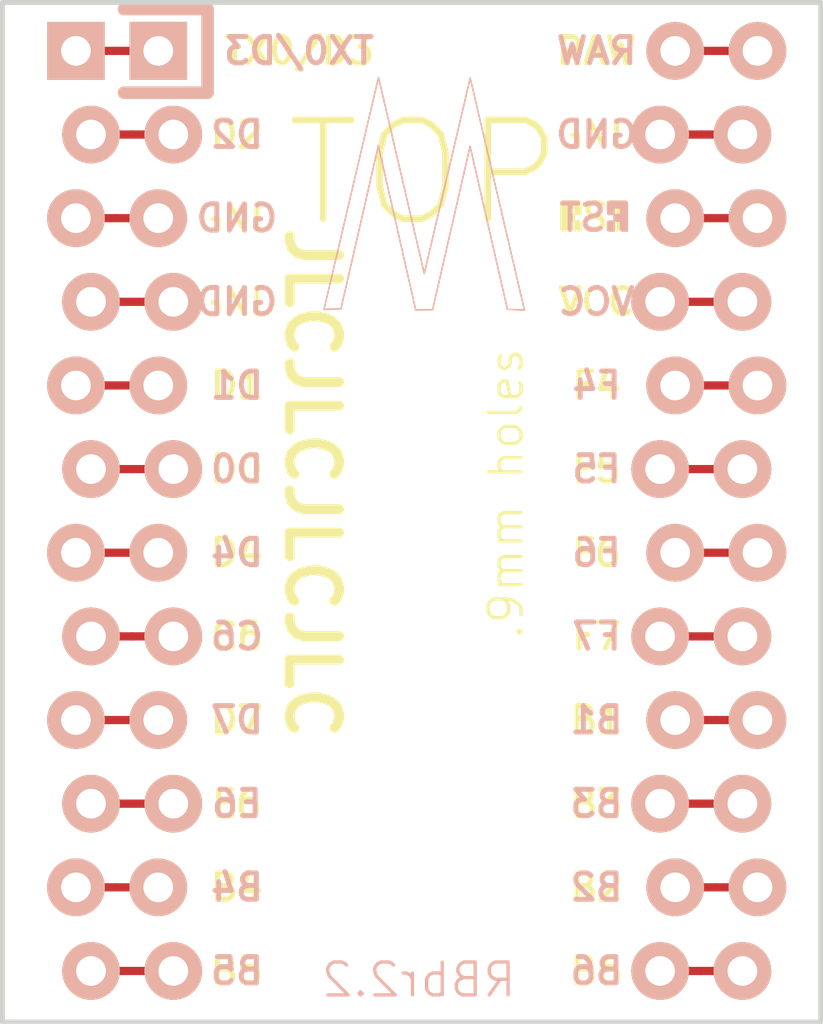
<source format=kicad_pcb>
(kicad_pcb (version 20171130) (host pcbnew 5.1.4+dfsg1-1~bpo10+1)

  (general
    (thickness 1.6)
    (drawings 23)
    (tracks 35)
    (zones 0)
    (modules 2)
    (nets 25)
  )

  (page A4)
  (layers
    (0 F.Cu signal)
    (31 B.Cu signal)
    (32 B.Adhes user)
    (33 F.Adhes user)
    (34 B.Paste user)
    (35 F.Paste user)
    (36 B.SilkS user)
    (37 F.SilkS user)
    (38 B.Mask user)
    (39 F.Mask user)
    (40 Dwgs.User user)
    (41 Cmts.User user)
    (42 Eco1.User user)
    (43 Eco2.User user)
    (44 Edge.Cuts user)
    (45 Margin user)
    (46 B.CrtYd user)
    (47 F.CrtYd user)
    (48 B.Fab user)
    (49 F.Fab user)
  )

  (setup
    (last_trace_width 0.25)
    (trace_clearance 0.2)
    (zone_clearance 0.508)
    (zone_45_only no)
    (trace_min 0.2)
    (via_size 0.8)
    (via_drill 0.4)
    (via_min_size 0.4)
    (via_min_drill 0.3)
    (uvia_size 0.3)
    (uvia_drill 0.1)
    (uvias_allowed no)
    (uvia_min_size 0.2)
    (uvia_min_drill 0.1)
    (edge_width 0.1)
    (segment_width 0.2)
    (pcb_text_width 0.3)
    (pcb_text_size 1.5 1.5)
    (mod_edge_width 0.15)
    (mod_text_size 1 1)
    (mod_text_width 0.15)
    (pad_size 1.7526 1.7526)
    (pad_drill 0.9)
    (pad_to_mask_clearance 0)
    (aux_axis_origin 0 0)
    (visible_elements 7FFFFFFF)
    (pcbplotparams
      (layerselection 0x010f0_ffffffff)
      (usegerberextensions false)
      (usegerberattributes false)
      (usegerberadvancedattributes false)
      (creategerberjobfile false)
      (excludeedgelayer true)
      (linewidth 0.100000)
      (plotframeref false)
      (viasonmask false)
      (mode 1)
      (useauxorigin false)
      (hpglpennumber 1)
      (hpglpenspeed 20)
      (hpglpendiameter 15.000000)
      (psnegative false)
      (psa4output false)
      (plotreference true)
      (plotvalue true)
      (plotinvisibletext false)
      (padsonsilk false)
      (subtractmaskfromsilk false)
      (outputformat 1)
      (mirror false)
      (drillshape 0)
      (scaleselection 1)
      (outputdirectory "../../gerbers/"))
  )

  (net 0 "")
  (net 1 "Net-(U1-Pad24)")
  (net 2 "Net-(U1-Pad12)")
  (net 3 "Net-(U1-Pad23)")
  (net 4 "Net-(U1-Pad22)")
  (net 5 "Net-(U1-Pad21)")
  (net 6 "Net-(U1-Pad20)")
  (net 7 "Net-(U1-Pad19)")
  (net 8 "Net-(U1-Pad18)")
  (net 9 "Net-(U1-Pad17)")
  (net 10 "Net-(U1-Pad16)")
  (net 11 "Net-(U1-Pad15)")
  (net 12 "Net-(U1-Pad14)")
  (net 13 "Net-(U1-Pad13)")
  (net 14 "Net-(U1-Pad11)")
  (net 15 "Net-(U1-Pad10)")
  (net 16 "Net-(U1-Pad9)")
  (net 17 "Net-(U1-Pad8)")
  (net 18 "Net-(U1-Pad7)")
  (net 19 "Net-(U1-Pad6)")
  (net 20 "Net-(U1-Pad5)")
  (net 21 "Net-(U1-Pad4)")
  (net 22 "Net-(U1-Pad3)")
  (net 23 "Net-(U1-Pad2)")
  (net 24 "Net-(U1-Pad1)")

  (net_class Default "This is the default net class."
    (clearance 0.2)
    (trace_width 0.25)
    (via_dia 0.8)
    (via_drill 0.4)
    (uvia_dia 0.3)
    (uvia_drill 0.1)
    (add_net "Net-(U1-Pad1)")
    (add_net "Net-(U1-Pad10)")
    (add_net "Net-(U1-Pad11)")
    (add_net "Net-(U1-Pad12)")
    (add_net "Net-(U1-Pad13)")
    (add_net "Net-(U1-Pad14)")
    (add_net "Net-(U1-Pad15)")
    (add_net "Net-(U1-Pad16)")
    (add_net "Net-(U1-Pad17)")
    (add_net "Net-(U1-Pad18)")
    (add_net "Net-(U1-Pad19)")
    (add_net "Net-(U1-Pad2)")
    (add_net "Net-(U1-Pad20)")
    (add_net "Net-(U1-Pad21)")
    (add_net "Net-(U1-Pad22)")
    (add_net "Net-(U1-Pad23)")
    (add_net "Net-(U1-Pad24)")
    (add_net "Net-(U1-Pad3)")
    (add_net "Net-(U1-Pad4)")
    (add_net "Net-(U1-Pad5)")
    (add_net "Net-(U1-Pad6)")
    (add_net "Net-(U1-Pad7)")
    (add_net "Net-(U1-Pad8)")
    (add_net "Net-(U1-Pad9)")
  )

  (module Keebio-Parts:ArduinoProMicro-Mini-USB-ZigZag (layer F.Cu) (tedit 5ED5C83B) (tstamp 5EADD8E0)
    (at 89.68 68.3 270)
    (path /5E9394F7)
    (fp_text reference U2 (at 0 1.125 90) (layer F.SilkS) hide
      (effects (font (size 1.27 1.524) (thickness 0.2032)))
    )
    (fp_text value ProMicro (at 0 -1 90) (layer F.SilkS) hide
      (effects (font (size 1.27 1.524) (thickness 0.2032)))
    )
    (pad 24 thru_hole circle (at -13.97 -10.3486 270) (size 1.7526 1.7526) (drill 0.9) (layers *.Cu *.SilkS *.Mask)
      (net 1 "Net-(U1-Pad24)"))
    (pad 12 thru_hole circle (at 13.97 9.8914 270) (size 1.7526 1.7526) (drill 0.9) (layers *.Cu *.SilkS *.Mask)
      (net 2 "Net-(U1-Pad12)"))
    (pad 23 thru_hole circle (at -11.43 -9.8914 270) (size 1.7526 1.7526) (drill 0.9) (layers *.Cu *.SilkS *.Mask)
      (net 3 "Net-(U1-Pad23)"))
    (pad 22 thru_hole circle (at -8.89 -10.3486 270) (size 1.7526 1.7526) (drill 0.9) (layers *.Cu *.SilkS *.Mask)
      (net 4 "Net-(U1-Pad22)"))
    (pad 21 thru_hole circle (at -6.35 -9.8914 270) (size 1.7526 1.7526) (drill 0.9) (layers *.Cu *.SilkS *.Mask)
      (net 5 "Net-(U1-Pad21)"))
    (pad 20 thru_hole circle (at -3.81 -10.3486 270) (size 1.7526 1.7526) (drill 0.9) (layers *.Cu *.SilkS *.Mask)
      (net 6 "Net-(U1-Pad20)"))
    (pad 19 thru_hole circle (at -1.27 -9.8914 270) (size 1.7526 1.7526) (drill 0.9) (layers *.Cu *.SilkS *.Mask)
      (net 7 "Net-(U1-Pad19)"))
    (pad 18 thru_hole circle (at 1.27 -10.3486 270) (size 1.7526 1.7526) (drill 0.9) (layers *.Cu *.SilkS *.Mask)
      (net 8 "Net-(U1-Pad18)"))
    (pad 17 thru_hole circle (at 3.81 -9.8914 270) (size 1.7526 1.7526) (drill 0.9) (layers *.Cu *.SilkS *.Mask)
      (net 9 "Net-(U1-Pad17)"))
    (pad 16 thru_hole circle (at 6.35 -10.3486 270) (size 1.7526 1.7526) (drill 0.9) (layers *.Cu *.SilkS *.Mask)
      (net 10 "Net-(U1-Pad16)"))
    (pad 15 thru_hole circle (at 8.89 -9.8914 270) (size 1.7526 1.7526) (drill 0.9) (layers *.Cu *.SilkS *.Mask)
      (net 11 "Net-(U1-Pad15)"))
    (pad 14 thru_hole circle (at 11.43 -10.3486 270) (size 1.7526 1.7526) (drill 0.9) (layers *.Cu *.SilkS *.Mask)
      (net 12 "Net-(U1-Pad14)"))
    (pad 13 thru_hole circle (at 13.97 -9.8914 270) (size 1.7526 1.7526) (drill 0.9) (layers *.Cu *.SilkS *.Mask)
      (net 13 "Net-(U1-Pad13)"))
    (pad 11 thru_hole circle (at 11.43 10.3486 270) (size 1.7526 1.7526) (drill 0.9) (layers *.Cu *.SilkS *.Mask)
      (net 14 "Net-(U1-Pad11)"))
    (pad 10 thru_hole circle (at 8.89 9.8914 270) (size 1.7526 1.7526) (drill 0.9) (layers *.Cu *.SilkS *.Mask)
      (net 15 "Net-(U1-Pad10)"))
    (pad 9 thru_hole circle (at 6.35 10.3486 270) (size 1.7526 1.7526) (drill 0.9) (layers *.Cu *.SilkS *.Mask)
      (net 16 "Net-(U1-Pad9)"))
    (pad 8 thru_hole circle (at 3.81 9.8914 270) (size 1.7526 1.7526) (drill 0.9) (layers *.Cu *.SilkS *.Mask)
      (net 17 "Net-(U1-Pad8)"))
    (pad 7 thru_hole circle (at 1.27 10.3486 270) (size 1.7526 1.7526) (drill 0.9) (layers *.Cu *.SilkS *.Mask)
      (net 18 "Net-(U1-Pad7)"))
    (pad 6 thru_hole circle (at -1.27 9.8914 270) (size 1.7526 1.7526) (drill 0.9) (layers *.Cu *.SilkS *.Mask)
      (net 19 "Net-(U1-Pad6)"))
    (pad 5 thru_hole circle (at -3.81 10.3486 270) (size 1.7526 1.7526) (drill 0.9) (layers *.Cu *.SilkS *.Mask)
      (net 20 "Net-(U1-Pad5)"))
    (pad 4 thru_hole circle (at -6.35 9.8914 270) (size 1.7526 1.7526) (drill 0.9) (layers *.Cu *.SilkS *.Mask)
      (net 21 "Net-(U1-Pad4)"))
    (pad 3 thru_hole circle (at -8.89 10.3486 270) (size 1.7526 1.7526) (drill 0.9) (layers *.Cu *.SilkS *.Mask)
      (net 22 "Net-(U1-Pad3)"))
    (pad 2 thru_hole circle (at -11.43 9.8914 270) (size 1.7526 1.7526) (drill 0.9) (layers *.Cu *.SilkS *.Mask)
      (net 23 "Net-(U1-Pad2)"))
    (pad 1 thru_hole rect (at -13.97 10.3486 270) (size 1.7526 1.7526) (drill 0.9) (layers *.Cu *.SilkS *.Mask)
      (net 24 "Net-(U1-Pad1)"))
  )

  (module Keebio-Parts:ArduinoProMicro-ZigZag (layer F.Cu) (tedit 5ED5C884) (tstamp 5EAE4D75)
    (at 89.68 68.3 270)
    (path /5E939961)
    (fp_text reference U1 (at 0 1.625 270) (layer F.SilkS) hide
      (effects (font (size 1 1) (thickness 0.2)))
    )
    (fp_text value ProMicro (at 0 0 270) (layer F.SilkS) hide
      (effects (font (size 1 1) (thickness 0.2)))
    )
    (fp_line (start -15.24 6.35) (end -15.24 8.89) (layer F.SilkS) (width 0.381))
    (fp_line (start -15.24 6.35) (end -15.24 8.89) (layer B.SilkS) (width 0.381))
    (fp_poly (pts (xy -9.35097 -5.844635) (xy -9.25097 -5.844635) (xy -9.25097 -6.344635) (xy -9.35097 -6.344635)) (layer B.SilkS) (width 0.15))
    (fp_poly (pts (xy -9.35097 -5.844635) (xy -9.05097 -5.844635) (xy -9.05097 -5.944635) (xy -9.35097 -5.944635)) (layer B.SilkS) (width 0.15))
    (fp_poly (pts (xy -8.75097 -5.844635) (xy -8.55097 -5.844635) (xy -8.55097 -5.944635) (xy -8.75097 -5.944635)) (layer B.SilkS) (width 0.15))
    (fp_poly (pts (xy -9.35097 -6.244635) (xy -8.55097 -6.244635) (xy -8.55097 -6.344635) (xy -9.35097 -6.344635)) (layer B.SilkS) (width 0.15))
    (fp_poly (pts (xy -8.95097 -6.044635) (xy -8.85097 -6.044635) (xy -8.85097 -6.144635) (xy -8.95097 -6.144635)) (layer B.SilkS) (width 0.15))
    (fp_text user ST (at -8.91 -5.04) (layer B.SilkS)
      (effects (font (size 0.8 0.8) (thickness 0.15)) (justify mirror))
    )
    (fp_poly (pts (xy -8.76064 -4.931568) (xy -8.56064 -4.931568) (xy -8.56064 -4.831568) (xy -8.76064 -4.831568)) (layer F.SilkS) (width 0.15))
    (fp_poly (pts (xy -9.36064 -4.531568) (xy -8.56064 -4.531568) (xy -8.56064 -4.431568) (xy -9.36064 -4.431568)) (layer F.SilkS) (width 0.15))
    (fp_poly (pts (xy -9.36064 -4.931568) (xy -9.26064 -4.931568) (xy -9.26064 -4.431568) (xy -9.36064 -4.431568)) (layer F.SilkS) (width 0.15))
    (fp_poly (pts (xy -8.96064 -4.731568) (xy -8.86064 -4.731568) (xy -8.86064 -4.631568) (xy -8.96064 -4.631568)) (layer F.SilkS) (width 0.15))
    (fp_poly (pts (xy -9.36064 -4.931568) (xy -9.06064 -4.931568) (xy -9.06064 -4.831568) (xy -9.36064 -4.831568)) (layer F.SilkS) (width 0.15))
    (fp_line (start -12.7 6.35) (end -12.7 8.89) (layer F.SilkS) (width 0.381))
    (fp_line (start -15.24 6.35) (end -12.7 6.35) (layer F.SilkS) (width 0.381))
    (fp_text user TX0/D3 (at -13.97 3.571872) (layer F.SilkS)
      (effects (font (size 0.8 0.8) (thickness 0.15)))
    )
    (fp_text user TX0/D3 (at -13.97 3.571872) (layer B.SilkS)
      (effects (font (size 0.8 0.8) (thickness 0.15)) (justify mirror))
    )
    (fp_text user D2 (at -11.43 5.461) (layer F.SilkS)
      (effects (font (size 0.8 0.8) (thickness 0.15)))
    )
    (fp_text user D0 (at -1.27 5.461) (layer F.SilkS)
      (effects (font (size 0.8 0.8) (thickness 0.15)))
    )
    (fp_text user D1 (at -3.81 5.461) (layer F.SilkS)
      (effects (font (size 0.8 0.8) (thickness 0.15)))
    )
    (fp_text user GND (at -6.35 5.461) (layer F.SilkS)
      (effects (font (size 0.8 0.8) (thickness 0.15)))
    )
    (fp_text user GND (at -8.89 5.461) (layer F.SilkS)
      (effects (font (size 0.8 0.8) (thickness 0.15)))
    )
    (fp_text user D4 (at 1.27 5.461) (layer F.SilkS)
      (effects (font (size 0.8 0.8) (thickness 0.15)))
    )
    (fp_text user C6 (at 3.81 5.461) (layer F.SilkS)
      (effects (font (size 0.8 0.8) (thickness 0.15)))
    )
    (fp_text user D7 (at 6.35 5.461) (layer F.SilkS)
      (effects (font (size 0.8 0.8) (thickness 0.15)))
    )
    (fp_text user E6 (at 8.89 5.461) (layer F.SilkS)
      (effects (font (size 0.8 0.8) (thickness 0.15)))
    )
    (fp_text user B4 (at 11.43 5.461) (layer F.SilkS)
      (effects (font (size 0.8 0.8) (thickness 0.15)))
    )
    (fp_text user B5 (at 13.97 5.461) (layer F.SilkS)
      (effects (font (size 0.8 0.8) (thickness 0.15)))
    )
    (fp_text user B6 (at 13.97 -5.461) (layer F.SilkS)
      (effects (font (size 0.8 0.8) (thickness 0.15)))
    )
    (fp_text user B2 (at 11.43 -5.461) (layer B.SilkS)
      (effects (font (size 0.8 0.8) (thickness 0.15)) (justify mirror))
    )
    (fp_text user B3 (at 8.89 -5.461) (layer F.SilkS)
      (effects (font (size 0.8 0.8) (thickness 0.15)))
    )
    (fp_text user B1 (at 6.35 -5.461) (layer F.SilkS)
      (effects (font (size 0.8 0.8) (thickness 0.15)))
    )
    (fp_text user F7 (at 3.81 -5.461) (layer B.SilkS)
      (effects (font (size 0.8 0.8) (thickness 0.15)) (justify mirror))
    )
    (fp_text user F6 (at 1.27 -5.461) (layer B.SilkS)
      (effects (font (size 0.8 0.8) (thickness 0.15)) (justify mirror))
    )
    (fp_text user F5 (at -1.27 -5.461) (layer B.SilkS)
      (effects (font (size 0.8 0.8) (thickness 0.15)) (justify mirror))
    )
    (fp_text user F4 (at -3.81 -5.461) (layer F.SilkS)
      (effects (font (size 0.8 0.8) (thickness 0.15)))
    )
    (fp_text user VCC (at -6.35 -5.461) (layer F.SilkS)
      (effects (font (size 0.8 0.8) (thickness 0.15)))
    )
    (fp_text user ST (at -8.92 -5.73312) (layer F.SilkS)
      (effects (font (size 0.8 0.8) (thickness 0.15)))
    )
    (fp_text user GND (at -11.43 -5.461) (layer F.SilkS)
      (effects (font (size 0.8 0.8) (thickness 0.15)))
    )
    (fp_text user RAW (at -13.97 -5.461) (layer F.SilkS)
      (effects (font (size 0.8 0.8) (thickness 0.15)))
    )
    (fp_text user RAW (at -13.97 -5.461) (layer B.SilkS)
      (effects (font (size 0.8 0.8) (thickness 0.15)) (justify mirror))
    )
    (fp_text user GND (at -11.43 -5.461) (layer B.SilkS)
      (effects (font (size 0.8 0.8) (thickness 0.15)) (justify mirror))
    )
    (fp_text user VCC (at -6.35 -5.461) (layer B.SilkS)
      (effects (font (size 0.8 0.8) (thickness 0.15)) (justify mirror))
    )
    (fp_text user F4 (at -3.81 -5.461) (layer B.SilkS)
      (effects (font (size 0.8 0.8) (thickness 0.15)) (justify mirror))
    )
    (fp_text user F5 (at -1.27 -5.461) (layer F.SilkS)
      (effects (font (size 0.8 0.8) (thickness 0.15)))
    )
    (fp_text user F6 (at 1.27 -5.461) (layer F.SilkS)
      (effects (font (size 0.8 0.8) (thickness 0.15)))
    )
    (fp_text user F7 (at 3.81 -5.461) (layer F.SilkS)
      (effects (font (size 0.8 0.8) (thickness 0.15)))
    )
    (fp_text user B1 (at 6.35 -5.461) (layer B.SilkS)
      (effects (font (size 0.8 0.8) (thickness 0.15)) (justify mirror))
    )
    (fp_text user B3 (at 8.89 -5.461) (layer B.SilkS)
      (effects (font (size 0.8 0.8) (thickness 0.15)) (justify mirror))
    )
    (fp_text user B2 (at 11.43 -5.461) (layer F.SilkS)
      (effects (font (size 0.8 0.8) (thickness 0.15)))
    )
    (fp_text user B6 (at 13.97 -5.461) (layer B.SilkS)
      (effects (font (size 0.8 0.8) (thickness 0.15)) (justify mirror))
    )
    (fp_text user B5 (at 13.97 5.461) (layer B.SilkS)
      (effects (font (size 0.8 0.8) (thickness 0.15)) (justify mirror))
    )
    (fp_text user B4 (at 11.43 5.461) (layer B.SilkS)
      (effects (font (size 0.8 0.8) (thickness 0.15)) (justify mirror))
    )
    (fp_text user E6 (at 8.89 5.461) (layer B.SilkS)
      (effects (font (size 0.8 0.8) (thickness 0.15)) (justify mirror))
    )
    (fp_text user D7 (at 6.35 5.461) (layer B.SilkS)
      (effects (font (size 0.8 0.8) (thickness 0.15)) (justify mirror))
    )
    (fp_text user C6 (at 3.81 5.461) (layer B.SilkS)
      (effects (font (size 0.8 0.8) (thickness 0.15)) (justify mirror))
    )
    (fp_text user D4 (at 1.27 5.461) (layer B.SilkS)
      (effects (font (size 0.8 0.8) (thickness 0.15)) (justify mirror))
    )
    (fp_text user GND (at -8.89 5.461) (layer B.SilkS)
      (effects (font (size 0.8 0.8) (thickness 0.15)) (justify mirror))
    )
    (fp_text user GND (at -6.35 5.461) (layer B.SilkS)
      (effects (font (size 0.8 0.8) (thickness 0.15)) (justify mirror))
    )
    (fp_text user D1 (at -3.81 5.461) (layer B.SilkS)
      (effects (font (size 0.8 0.8) (thickness 0.15)) (justify mirror))
    )
    (fp_text user D0 (at -1.27 5.461) (layer B.SilkS)
      (effects (font (size 0.8 0.8) (thickness 0.15)) (justify mirror))
    )
    (fp_text user D2 (at -11.43 5.461) (layer B.SilkS)
      (effects (font (size 0.8 0.8) (thickness 0.15)) (justify mirror))
    )
    (fp_line (start -15.24 6.35) (end -12.7 6.35) (layer B.SilkS) (width 0.381))
    (fp_line (start -12.7 6.35) (end -12.7 8.89) (layer B.SilkS) (width 0.381))
    (pad 24 thru_hole circle (at -13.97 -7.8486 270) (size 1.7526 1.7526) (drill 0.9) (layers *.Cu *.SilkS *.Mask)
      (net 1 "Net-(U1-Pad24)"))
    (pad 12 thru_hole circle (at 13.97 7.3914 270) (size 1.7526 1.7526) (drill 0.9) (layers *.Cu *.SilkS *.Mask)
      (net 2 "Net-(U1-Pad12)"))
    (pad 23 thru_hole circle (at -11.43 -7.3914 270) (size 1.7526 1.7526) (drill 0.9) (layers *.Cu *.SilkS *.Mask)
      (net 3 "Net-(U1-Pad23)"))
    (pad 22 thru_hole circle (at -8.89 -7.8486 270) (size 1.7526 1.7526) (drill 0.9) (layers *.Cu *.SilkS *.Mask)
      (net 4 "Net-(U1-Pad22)"))
    (pad 21 thru_hole circle (at -6.35 -7.3914 270) (size 1.7526 1.7526) (drill 0.9) (layers *.Cu *.SilkS *.Mask)
      (net 5 "Net-(U1-Pad21)"))
    (pad 20 thru_hole circle (at -3.81 -7.8486 270) (size 1.7526 1.7526) (drill 0.9) (layers *.Cu *.SilkS *.Mask)
      (net 6 "Net-(U1-Pad20)"))
    (pad 19 thru_hole circle (at -1.27 -7.3914 270) (size 1.7526 1.7526) (drill 0.9) (layers *.Cu *.SilkS *.Mask)
      (net 7 "Net-(U1-Pad19)"))
    (pad 18 thru_hole circle (at 1.27 -7.8486 270) (size 1.7526 1.7526) (drill 0.9) (layers *.Cu *.SilkS *.Mask)
      (net 8 "Net-(U1-Pad18)"))
    (pad 17 thru_hole circle (at 3.81 -7.3914 270) (size 1.7526 1.7526) (drill 0.9) (layers *.Cu *.SilkS *.Mask)
      (net 9 "Net-(U1-Pad17)"))
    (pad 16 thru_hole circle (at 6.35 -7.8486 270) (size 1.7526 1.7526) (drill 0.9) (layers *.Cu *.SilkS *.Mask)
      (net 10 "Net-(U1-Pad16)"))
    (pad 15 thru_hole circle (at 8.89 -7.3914 270) (size 1.7526 1.7526) (drill 0.9) (layers *.Cu *.SilkS *.Mask)
      (net 11 "Net-(U1-Pad15)"))
    (pad 14 thru_hole circle (at 11.43 -7.8486 270) (size 1.7526 1.7526) (drill 0.9) (layers *.Cu *.SilkS *.Mask)
      (net 12 "Net-(U1-Pad14)"))
    (pad 13 thru_hole circle (at 13.97 -7.3914 270) (size 1.7526 1.7526) (drill 0.9) (layers *.Cu *.SilkS *.Mask)
      (net 13 "Net-(U1-Pad13)"))
    (pad 11 thru_hole circle (at 11.43 7.8486 270) (size 1.7526 1.7526) (drill 0.9) (layers *.Cu *.SilkS *.Mask)
      (net 14 "Net-(U1-Pad11)"))
    (pad 10 thru_hole circle (at 8.89 7.3914 270) (size 1.7526 1.7526) (drill 0.9) (layers *.Cu *.SilkS *.Mask)
      (net 15 "Net-(U1-Pad10)"))
    (pad 9 thru_hole circle (at 6.35 7.8486 270) (size 1.7526 1.7526) (drill 0.9) (layers *.Cu *.SilkS *.Mask)
      (net 16 "Net-(U1-Pad9)"))
    (pad 8 thru_hole circle (at 3.81 7.3914 270) (size 1.7526 1.7526) (drill 0.9) (layers *.Cu *.SilkS *.Mask)
      (net 17 "Net-(U1-Pad8)"))
    (pad 7 thru_hole circle (at 1.27 7.8486 270) (size 1.7526 1.7526) (drill 0.9) (layers *.Cu *.SilkS *.Mask)
      (net 18 "Net-(U1-Pad7)"))
    (pad 6 thru_hole circle (at -1.27 7.3914 270) (size 1.7526 1.7526) (drill 0.9) (layers *.Cu *.SilkS *.Mask)
      (net 19 "Net-(U1-Pad6)"))
    (pad 5 thru_hole circle (at -3.81 7.8486 270) (size 1.7526 1.7526) (drill 0.9) (layers *.Cu *.SilkS *.Mask)
      (net 20 "Net-(U1-Pad5)"))
    (pad 4 thru_hole circle (at -6.35 7.3914 270) (size 1.7526 1.7526) (drill 0.9) (layers *.Cu *.SilkS *.Mask)
      (net 21 "Net-(U1-Pad4)"))
    (pad 3 thru_hole circle (at -8.89 7.8486 270) (size 1.7526 1.7526) (drill 0.9) (layers *.Cu *.SilkS *.Mask)
      (net 22 "Net-(U1-Pad3)"))
    (pad 2 thru_hole circle (at -11.43 7.3914 270) (size 1.7526 1.7526) (drill 0.9) (layers *.Cu *.SilkS *.Mask)
      (net 23 "Net-(U1-Pad2)"))
    (pad 1 thru_hole rect (at -13.97 7.8486 270) (size 1.7526 1.7526) (drill 0.9) (layers *.Cu *.SilkS *.Mask)
      (net 24 "Net-(U1-Pad1)"))
    (model /Users/danny/Documents/proj/custom-keyboard/kicad-libs/3d_models/ArduinoProMicro.wrl
      (offset (xyz -13.96999979019165 -7.619999885559082 -5.841999912261963))
      (scale (xyz 0.395 0.395 0.395))
      (rotate (xyz 90 180 180))
    )
  )

  (gr_text ".9mm holes" (at 92.39 67.78 90) (layer F.SilkS)
    (effects (font (size 1 1) (thickness 0.1)))
  )
  (gr_text JLCJLCJLCJLC (at 86.5 67.46 270) (layer F.SilkS) (tstamp 5EAF120C)
    (effects (font (size 1.5 1.5) (thickness 0.3)))
  )
  (gr_text TOP (at 89.91 58.05) (layer F.SilkS) (tstamp 5EAE5D93)
    (effects (font (size 3 3) (thickness 0.2)))
  )
  (gr_text RBbr2.2 (at 89.74 82.54) (layer B.SilkS) (tstamp 5EADD511)
    (effects (font (size 1 1) (thickness 0.1)) (justify mirror))
  )
  (gr_line (start 77.1 52.86) (end 101.95 52.86) (layer Edge.Cuts) (width 0.15) (tstamp 5EAE524E))
  (gr_line (start 77.1 83.82) (end 101.95 83.82) (layer Edge.Cuts) (width 0.15) (tstamp 5EAE5242))
  (gr_line (start 77.1 52.86) (end 77.1 83.82) (layer Edge.Cuts) (width 0.15) (tstamp 5EAE5263))
  (gr_line (start 101.95 52.86) (end 101.95 83.82) (layer Edge.Cuts) (width 0.15) (tstamp 5EAE523C))
  (gr_line (start 78.08 52.86) (end 101.2 52.86) (layer Dwgs.User) (width 0.15) (tstamp 5EAE5184))
  (gr_line (start 78.08 52.86) (end 78.09 83.65) (layer Dwgs.User) (width 0.15) (tstamp 5EAE5181))
  (gr_line (start 101.2 52.86) (end 101.21 83.65) (layer Dwgs.User) (width 0.15) (tstamp 5EADD0BF))
  (gr_line (start 78.09 83.65) (end 101.21 83.65) (layer Dwgs.User) (width 0.15) (tstamp 5EADD0AF))
  (gr_line (start 92.435465 62.179613) (end 92.950906 62.199226) (layer B.SilkS) (width 0.05) (tstamp 5EAE539D))
  (gr_line (start 86.864559 62.179613) (end 87.38 62.16) (layer B.SilkS) (width 0.05) (tstamp 5EAE53A0))
  (gr_line (start 90.163527 62.190132) (end 91.300459 57.22777) (layer B.SilkS) (width 0.05) (tstamp 5EAE53A3))
  (gr_line (start 89.650012 62.199226) (end 90.163527 62.190132) (layer B.SilkS) (width 0.05) (tstamp 5EAE53A6))
  (gr_line (start 91.300459 57.22777) (end 92.435465 62.179613) (layer B.SilkS) (width 0.05) (tstamp 5EAE53A9))
  (gr_line (start 91.305248 55.154467) (end 89.910037 61.092551) (layer B.SilkS) (width 0.05) (tstamp 5EAE53AC))
  (gr_line (start 92.950906 62.199226) (end 91.305248 55.154467) (layer B.SilkS) (width 0.05) (tstamp 5EAE53AF))
  (gr_line (start 88.515006 57.208157) (end 89.650012 62.199226) (layer B.SilkS) (width 0.05) (tstamp 5EAE53B2))
  (gr_line (start 88.519796 55.134854) (end 86.864559 62.179613) (layer B.SilkS) (width 0.05) (tstamp 5EAE53B5))
  (gr_line (start 89.910037 61.092551) (end 88.519796 55.134854) (layer B.SilkS) (width 0.05) (tstamp 5EAE53B8))
  (gr_line (start 87.38 62.16) (end 88.515006 57.208157) (layer B.SilkS) (width 0.05) (tstamp 5EAE53BB))

  (segment (start 97.5286 54.33) (end 100.0286 54.33) (width 0.25) (layer F.Cu) (net 1))
  (segment (start 79.7886 82.27) (end 82.2886 82.27) (width 0.25) (layer F.Cu) (net 2))
  (segment (start 98.332125 56.87) (end 97.0714 56.87) (width 0.25) (layer F.Cu) (net 3))
  (segment (start 99.5714 56.87) (end 98.332125 56.87) (width 0.25) (layer F.Cu) (net 3))
  (segment (start 100.0286 59.41) (end 97.5286 59.41) (width 0.25) (layer F.Cu) (net 4))
  (segment (start 99.5714 61.95) (end 97.0714 61.95) (width 0.25) (layer F.Cu) (net 5))
  (segment (start 97.5286 64.49) (end 100.0286 64.49) (width 0.25) (layer F.Cu) (net 6))
  (segment (start 97.0714 67.03) (end 99.5714 67.03) (width 0.25) (layer F.Cu) (net 7))
  (segment (start 97.5286 69.57) (end 100.0286 69.57) (width 0.25) (layer F.Cu) (net 8))
  (segment (start 97.0714 72.11) (end 99.5714 72.11) (width 0.25) (layer F.Cu) (net 9))
  (segment (start 98.767875 74.65) (end 100.0286 74.65) (width 0.25) (layer F.Cu) (net 10))
  (segment (start 97.5286 74.65) (end 98.767875 74.65) (width 0.25) (layer F.Cu) (net 10))
  (segment (start 97.0714 77.19) (end 99.5714 77.19) (width 0.25) (layer F.Cu) (net 11))
  (segment (start 98.767875 79.73) (end 100.0286 79.73) (width 0.25) (layer F.Cu) (net 12))
  (segment (start 97.5286 79.73) (end 98.767875 79.73) (width 0.25) (layer F.Cu) (net 12))
  (segment (start 98.310675 82.27) (end 99.5714 82.27) (width 0.25) (layer F.Cu) (net 13))
  (segment (start 97.0714 82.27) (end 98.310675 82.27) (width 0.25) (layer F.Cu) (net 13))
  (segment (start 80.570675 79.73) (end 81.8314 79.73) (width 0.25) (layer F.Cu) (net 14))
  (segment (start 79.3314 79.73) (end 80.570675 79.73) (width 0.25) (layer F.Cu) (net 14))
  (segment (start 79.7886 77.19) (end 82.2886 77.19) (width 0.25) (layer F.Cu) (net 15))
  (segment (start 79.3314 74.65) (end 81.8314 74.65) (width 0.25) (layer F.Cu) (net 16))
  (segment (start 81.027875 72.11) (end 82.2886 72.11) (width 0.25) (layer F.Cu) (net 17))
  (segment (start 79.7886 72.11) (end 81.027875 72.11) (width 0.25) (layer F.Cu) (net 17))
  (segment (start 79.3314 69.57) (end 81.8314 69.57) (width 0.25) (layer F.Cu) (net 18))
  (segment (start 81.027875 67.03) (end 82.2886 67.03) (width 0.25) (layer F.Cu) (net 19))
  (segment (start 79.7886 67.03) (end 81.027875 67.03) (width 0.25) (layer F.Cu) (net 19))
  (segment (start 80.570675 64.49) (end 81.8314 64.49) (width 0.25) (layer F.Cu) (net 20))
  (segment (start 79.3314 64.49) (end 80.570675 64.49) (width 0.25) (layer F.Cu) (net 20))
  (segment (start 79.7886 61.95) (end 82.2886 61.95) (width 0.25) (layer F.Cu) (net 21))
  (segment (start 80.570675 59.41) (end 81.8314 59.41) (width 0.25) (layer F.Cu) (net 22))
  (segment (start 79.3314 59.41) (end 80.570675 59.41) (width 0.25) (layer F.Cu) (net 22))
  (segment (start 81.027875 56.87) (end 82.2886 56.87) (width 0.25) (layer F.Cu) (net 23))
  (segment (start 79.7886 56.87) (end 81.027875 56.87) (width 0.25) (layer F.Cu) (net 23))
  (segment (start 80.4577 54.33) (end 81.8314 54.33) (width 0.25) (layer F.Cu) (net 24))
  (segment (start 79.3314 54.33) (end 80.4577 54.33) (width 0.25) (layer F.Cu) (net 24))

)

</source>
